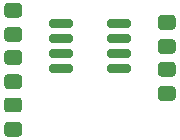
<source format=gbr>
%TF.GenerationSoftware,KiCad,Pcbnew,(5.1.6)-1*%
%TF.CreationDate,2020-09-29T23:00:00+05:30*%
%TF.ProjectId,GettingToBlinky5.0,47657474-696e-4675-946f-426c696e6b79,rev?*%
%TF.SameCoordinates,Original*%
%TF.FileFunction,Soldermask,Top*%
%TF.FilePolarity,Negative*%
%FSLAX46Y46*%
G04 Gerber Fmt 4.6, Leading zero omitted, Abs format (unit mm)*
G04 Created by KiCad (PCBNEW (5.1.6)-1) date 2020-09-29 23:00:00*
%MOMM*%
%LPD*%
G01*
G04 APERTURE LIST*
G04 APERTURE END LIST*
%TO.C,U1*%
G36*
G01*
X163500000Y-104770000D02*
X163500000Y-104420000D01*
G75*
G02*
X163675000Y-104245000I175000J0D01*
G01*
X165375000Y-104245000D01*
G75*
G02*
X165550000Y-104420000I0J-175000D01*
G01*
X165550000Y-104770000D01*
G75*
G02*
X165375000Y-104945000I-175000J0D01*
G01*
X163675000Y-104945000D01*
G75*
G02*
X163500000Y-104770000I0J175000D01*
G01*
G37*
G36*
G01*
X163500000Y-106040000D02*
X163500000Y-105690000D01*
G75*
G02*
X163675000Y-105515000I175000J0D01*
G01*
X165375000Y-105515000D01*
G75*
G02*
X165550000Y-105690000I0J-175000D01*
G01*
X165550000Y-106040000D01*
G75*
G02*
X165375000Y-106215000I-175000J0D01*
G01*
X163675000Y-106215000D01*
G75*
G02*
X163500000Y-106040000I0J175000D01*
G01*
G37*
G36*
G01*
X163500000Y-107310000D02*
X163500000Y-106960000D01*
G75*
G02*
X163675000Y-106785000I175000J0D01*
G01*
X165375000Y-106785000D01*
G75*
G02*
X165550000Y-106960000I0J-175000D01*
G01*
X165550000Y-107310000D01*
G75*
G02*
X165375000Y-107485000I-175000J0D01*
G01*
X163675000Y-107485000D01*
G75*
G02*
X163500000Y-107310000I0J175000D01*
G01*
G37*
G36*
G01*
X163500000Y-108580000D02*
X163500000Y-108230000D01*
G75*
G02*
X163675000Y-108055000I175000J0D01*
G01*
X165375000Y-108055000D01*
G75*
G02*
X165550000Y-108230000I0J-175000D01*
G01*
X165550000Y-108580000D01*
G75*
G02*
X165375000Y-108755000I-175000J0D01*
G01*
X163675000Y-108755000D01*
G75*
G02*
X163500000Y-108580000I0J175000D01*
G01*
G37*
G36*
G01*
X168450000Y-108580000D02*
X168450000Y-108230000D01*
G75*
G02*
X168625000Y-108055000I175000J0D01*
G01*
X170325000Y-108055000D01*
G75*
G02*
X170500000Y-108230000I0J-175000D01*
G01*
X170500000Y-108580000D01*
G75*
G02*
X170325000Y-108755000I-175000J0D01*
G01*
X168625000Y-108755000D01*
G75*
G02*
X168450000Y-108580000I0J175000D01*
G01*
G37*
G36*
G01*
X168450000Y-107310000D02*
X168450000Y-106960000D01*
G75*
G02*
X168625000Y-106785000I175000J0D01*
G01*
X170325000Y-106785000D01*
G75*
G02*
X170500000Y-106960000I0J-175000D01*
G01*
X170500000Y-107310000D01*
G75*
G02*
X170325000Y-107485000I-175000J0D01*
G01*
X168625000Y-107485000D01*
G75*
G02*
X168450000Y-107310000I0J175000D01*
G01*
G37*
G36*
G01*
X168450000Y-106040000D02*
X168450000Y-105690000D01*
G75*
G02*
X168625000Y-105515000I175000J0D01*
G01*
X170325000Y-105515000D01*
G75*
G02*
X170500000Y-105690000I0J-175000D01*
G01*
X170500000Y-106040000D01*
G75*
G02*
X170325000Y-106215000I-175000J0D01*
G01*
X168625000Y-106215000D01*
G75*
G02*
X168450000Y-106040000I0J175000D01*
G01*
G37*
G36*
G01*
X168450000Y-104770000D02*
X168450000Y-104420000D01*
G75*
G02*
X168625000Y-104245000I175000J0D01*
G01*
X170325000Y-104245000D01*
G75*
G02*
X170500000Y-104420000I0J-175000D01*
G01*
X170500000Y-104770000D01*
G75*
G02*
X170325000Y-104945000I-175000J0D01*
G01*
X168625000Y-104945000D01*
G75*
G02*
X168450000Y-104770000I0J175000D01*
G01*
G37*
%TD*%
%TO.C,R3*%
G36*
G01*
X160021738Y-108900000D02*
X160978262Y-108900000D01*
G75*
G02*
X161250000Y-109171738I0J-271738D01*
G01*
X161250000Y-109878262D01*
G75*
G02*
X160978262Y-110150000I-271738J0D01*
G01*
X160021738Y-110150000D01*
G75*
G02*
X159750000Y-109878262I0J271738D01*
G01*
X159750000Y-109171738D01*
G75*
G02*
X160021738Y-108900000I271738J0D01*
G01*
G37*
G36*
G01*
X160021738Y-106850000D02*
X160978262Y-106850000D01*
G75*
G02*
X161250000Y-107121738I0J-271738D01*
G01*
X161250000Y-107828262D01*
G75*
G02*
X160978262Y-108100000I-271738J0D01*
G01*
X160021738Y-108100000D01*
G75*
G02*
X159750000Y-107828262I0J271738D01*
G01*
X159750000Y-107121738D01*
G75*
G02*
X160021738Y-106850000I271738J0D01*
G01*
G37*
%TD*%
%TO.C,R2*%
G36*
G01*
X173021738Y-109900000D02*
X173978262Y-109900000D01*
G75*
G02*
X174250000Y-110171738I0J-271738D01*
G01*
X174250000Y-110878262D01*
G75*
G02*
X173978262Y-111150000I-271738J0D01*
G01*
X173021738Y-111150000D01*
G75*
G02*
X172750000Y-110878262I0J271738D01*
G01*
X172750000Y-110171738D01*
G75*
G02*
X173021738Y-109900000I271738J0D01*
G01*
G37*
G36*
G01*
X173021738Y-107850000D02*
X173978262Y-107850000D01*
G75*
G02*
X174250000Y-108121738I0J-271738D01*
G01*
X174250000Y-108828262D01*
G75*
G02*
X173978262Y-109100000I-271738J0D01*
G01*
X173021738Y-109100000D01*
G75*
G02*
X172750000Y-108828262I0J271738D01*
G01*
X172750000Y-108121738D01*
G75*
G02*
X173021738Y-107850000I271738J0D01*
G01*
G37*
%TD*%
%TO.C,R1*%
G36*
G01*
X173021738Y-105925000D02*
X173978262Y-105925000D01*
G75*
G02*
X174250000Y-106196738I0J-271738D01*
G01*
X174250000Y-106903262D01*
G75*
G02*
X173978262Y-107175000I-271738J0D01*
G01*
X173021738Y-107175000D01*
G75*
G02*
X172750000Y-106903262I0J271738D01*
G01*
X172750000Y-106196738D01*
G75*
G02*
X173021738Y-105925000I271738J0D01*
G01*
G37*
G36*
G01*
X173021738Y-103875000D02*
X173978262Y-103875000D01*
G75*
G02*
X174250000Y-104146738I0J-271738D01*
G01*
X174250000Y-104853262D01*
G75*
G02*
X173978262Y-105125000I-271738J0D01*
G01*
X173021738Y-105125000D01*
G75*
G02*
X172750000Y-104853262I0J271738D01*
G01*
X172750000Y-104146738D01*
G75*
G02*
X173021738Y-103875000I271738J0D01*
G01*
G37*
%TD*%
%TO.C,D1*%
G36*
G01*
X160978262Y-112125000D02*
X160021738Y-112125000D01*
G75*
G02*
X159750000Y-111853262I0J271738D01*
G01*
X159750000Y-111146738D01*
G75*
G02*
X160021738Y-110875000I271738J0D01*
G01*
X160978262Y-110875000D01*
G75*
G02*
X161250000Y-111146738I0J-271738D01*
G01*
X161250000Y-111853262D01*
G75*
G02*
X160978262Y-112125000I-271738J0D01*
G01*
G37*
G36*
G01*
X160978262Y-114175000D02*
X160021738Y-114175000D01*
G75*
G02*
X159750000Y-113903262I0J271738D01*
G01*
X159750000Y-113196738D01*
G75*
G02*
X160021738Y-112925000I271738J0D01*
G01*
X160978262Y-112925000D01*
G75*
G02*
X161250000Y-113196738I0J-271738D01*
G01*
X161250000Y-113903262D01*
G75*
G02*
X160978262Y-114175000I-271738J0D01*
G01*
G37*
%TD*%
%TO.C,C1*%
G36*
G01*
X160978262Y-104100000D02*
X160021738Y-104100000D01*
G75*
G02*
X159750000Y-103828262I0J271738D01*
G01*
X159750000Y-103121738D01*
G75*
G02*
X160021738Y-102850000I271738J0D01*
G01*
X160978262Y-102850000D01*
G75*
G02*
X161250000Y-103121738I0J-271738D01*
G01*
X161250000Y-103828262D01*
G75*
G02*
X160978262Y-104100000I-271738J0D01*
G01*
G37*
G36*
G01*
X160978262Y-106150000D02*
X160021738Y-106150000D01*
G75*
G02*
X159750000Y-105878262I0J271738D01*
G01*
X159750000Y-105171738D01*
G75*
G02*
X160021738Y-104900000I271738J0D01*
G01*
X160978262Y-104900000D01*
G75*
G02*
X161250000Y-105171738I0J-271738D01*
G01*
X161250000Y-105878262D01*
G75*
G02*
X160978262Y-106150000I-271738J0D01*
G01*
G37*
%TD*%
M02*

</source>
